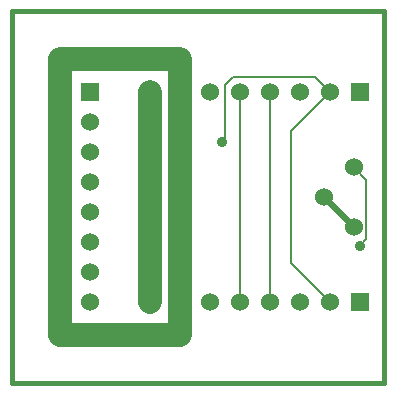
<source format=gbl>
G04 (created by PCBNEW (2013-01-23 BZR 3920)-testing) date Thu 24 Jan 2013 02:36:52 AM CET*
%MOIN*%
G04 Gerber Fmt 3.4, Leading zero omitted, Abs format*
%FSLAX34Y34*%
G01*
G70*
G90*
G04 APERTURE LIST*
%ADD10C,2.3622e-06*%
%ADD11C,0.015*%
%ADD12C,0.06*%
%ADD13R,0.06X0.06*%
%ADD14C,0.035*%
%ADD15C,0.055*%
%ADD16C,0.008*%
%ADD17C,0.08*%
%ADD18C,0.02*%
G04 APERTURE END LIST*
G54D10*
G54D11*
X54100Y-17400D02*
X41700Y-17400D01*
X54100Y-29800D02*
X54100Y-17400D01*
X41700Y-29800D02*
X54100Y-29800D01*
X41700Y-17400D02*
X41700Y-29800D01*
G54D12*
X53100Y-24600D03*
X52100Y-23600D03*
X53100Y-22600D03*
G54D13*
X53300Y-20100D03*
G54D12*
X52300Y-20100D03*
X51300Y-20100D03*
X50300Y-20100D03*
X49300Y-20100D03*
X48300Y-20100D03*
X47300Y-20100D03*
X46300Y-20100D03*
G54D13*
X53300Y-27100D03*
G54D12*
X52300Y-27100D03*
X51300Y-27100D03*
X50300Y-27100D03*
X49300Y-27100D03*
X48300Y-27100D03*
X47300Y-27100D03*
X46300Y-27100D03*
G54D13*
X43300Y-20100D03*
G54D12*
X43300Y-21100D03*
X43300Y-22100D03*
X43300Y-23100D03*
X43300Y-24100D03*
X43300Y-25100D03*
X43300Y-26100D03*
X43300Y-27100D03*
G54D13*
X44300Y-20100D03*
G54D12*
X44300Y-21100D03*
X44300Y-22100D03*
X44300Y-23100D03*
X44300Y-24100D03*
X44300Y-25100D03*
X44300Y-26100D03*
X44300Y-27100D03*
G54D14*
X48700Y-21771D03*
G54D15*
X46300Y-23600D03*
G54D14*
X53319Y-25207D03*
G54D16*
X50300Y-27100D02*
X50300Y-20100D01*
X49300Y-27100D02*
X49300Y-20100D01*
X52300Y-20100D02*
X52300Y-20100D01*
X51000Y-25800D02*
X52300Y-27100D01*
X51000Y-21400D02*
X51000Y-25800D01*
X52300Y-20100D02*
X51000Y-21400D01*
X48800Y-21671D02*
X48700Y-21771D01*
X48800Y-19868D02*
X48800Y-21671D01*
X49066Y-19602D02*
X48800Y-19868D01*
X51802Y-19602D02*
X49066Y-19602D01*
X52300Y-20100D02*
X51802Y-19602D01*
G54D17*
X43300Y-21100D02*
X43300Y-20100D01*
X43300Y-22100D02*
X43300Y-21100D01*
X43300Y-23100D02*
X43300Y-22100D01*
X43300Y-24100D02*
X43300Y-23100D01*
X43300Y-25100D02*
X43300Y-24100D01*
X43300Y-26100D02*
X43300Y-25100D01*
X43300Y-27100D02*
X43300Y-26100D01*
X43300Y-28200D02*
X43300Y-27100D01*
X47300Y-28200D02*
X43300Y-28200D01*
X47300Y-27100D02*
X47300Y-28200D01*
X47300Y-27100D02*
X47300Y-20100D01*
X43300Y-19000D02*
X43300Y-20100D01*
X47300Y-19000D02*
X43300Y-19000D01*
X47300Y-20100D02*
X47300Y-19000D01*
G54D18*
X52100Y-23600D02*
X53100Y-24600D01*
G54D17*
X46300Y-20100D02*
X46300Y-23600D01*
X46300Y-23600D02*
X46300Y-27100D01*
G54D16*
X53524Y-25002D02*
X53319Y-25207D01*
X53524Y-23024D02*
X53524Y-25002D01*
X53100Y-22600D02*
X53524Y-23024D01*
M02*

</source>
